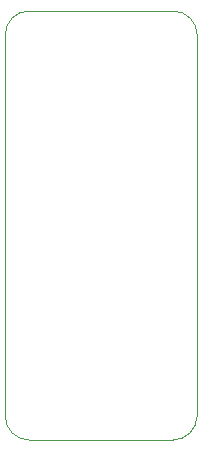
<source format=gbr>
G04 #@! TF.GenerationSoftware,KiCad,Pcbnew,(5.1.5)-3*
G04 #@! TF.CreationDate,2021-06-10T12:01:20+03:00*
G04 #@! TF.ProjectId,CNC3018Bluetooth,434e4333-3031-4384-926c-7565746f6f74,rev?*
G04 #@! TF.SameCoordinates,Original*
G04 #@! TF.FileFunction,Profile,NP*
%FSLAX46Y46*%
G04 Gerber Fmt 4.6, Leading zero omitted, Abs format (unit mm)*
G04 Created by KiCad (PCBNEW (5.1.5)-3) date 2021-06-10 12:01:20*
%MOMM*%
%LPD*%
G04 APERTURE LIST*
%ADD10C,0.050000*%
G04 APERTURE END LIST*
D10*
X128270000Y-93472000D02*
G75*
G02X130302000Y-91440000I2032000J0D01*
G01*
X142494000Y-91440000D02*
G75*
G02X144526000Y-93472000I0J-2032000D01*
G01*
X144526000Y-125730000D02*
G75*
G02X142494000Y-127762000I-2032000J0D01*
G01*
X130302000Y-127762000D02*
G75*
G02X128270000Y-125730000I0J2032000D01*
G01*
X128270000Y-125730000D02*
X128270000Y-93472000D01*
X142494000Y-127762000D02*
X130302000Y-127762000D01*
X144526000Y-93472000D02*
X144526000Y-125730000D01*
X130302000Y-91440000D02*
X142494000Y-91440000D01*
M02*

</source>
